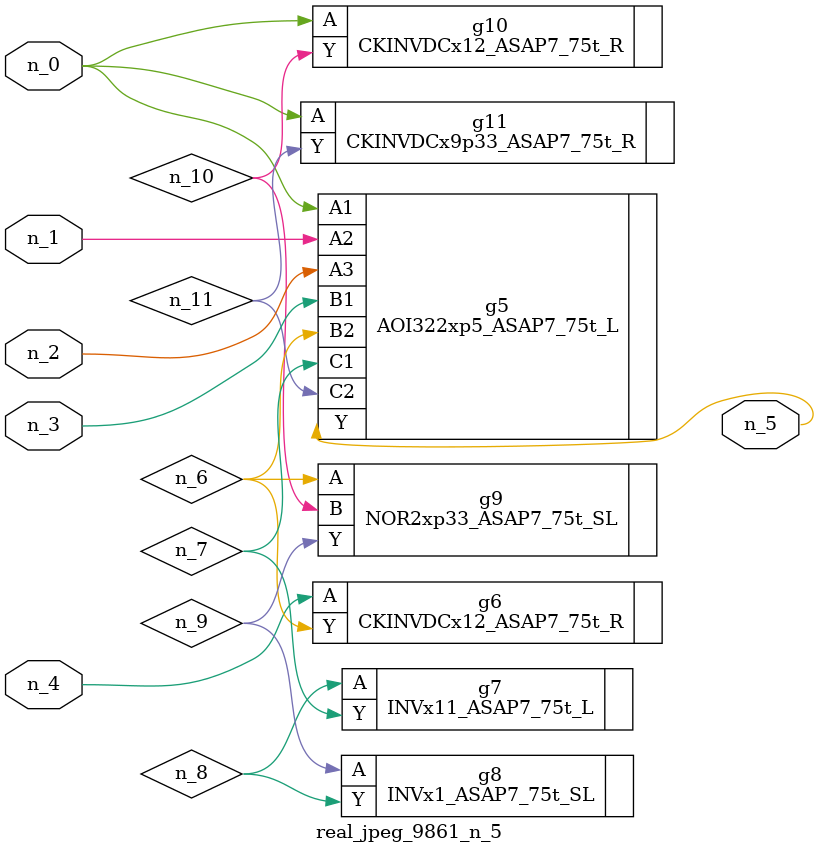
<source format=v>
module real_jpeg_9861_n_5 (n_4, n_0, n_1, n_2, n_3, n_5);

input n_4;
input n_0;
input n_1;
input n_2;
input n_3;

output n_5;

wire n_8;
wire n_11;
wire n_6;
wire n_7;
wire n_10;
wire n_9;

AOI322xp5_ASAP7_75t_L g5 ( 
.A1(n_0),
.A2(n_1),
.A3(n_2),
.B1(n_3),
.B2(n_6),
.C1(n_7),
.C2(n_11),
.Y(n_5)
);

CKINVDCx12_ASAP7_75t_R g10 ( 
.A(n_0),
.Y(n_10)
);

CKINVDCx9p33_ASAP7_75t_R g11 ( 
.A(n_0),
.Y(n_11)
);

CKINVDCx12_ASAP7_75t_R g6 ( 
.A(n_4),
.Y(n_6)
);

NOR2xp33_ASAP7_75t_SL g9 ( 
.A(n_6),
.B(n_10),
.Y(n_9)
);

INVx11_ASAP7_75t_L g7 ( 
.A(n_8),
.Y(n_7)
);

INVx1_ASAP7_75t_SL g8 ( 
.A(n_9),
.Y(n_8)
);


endmodule
</source>
